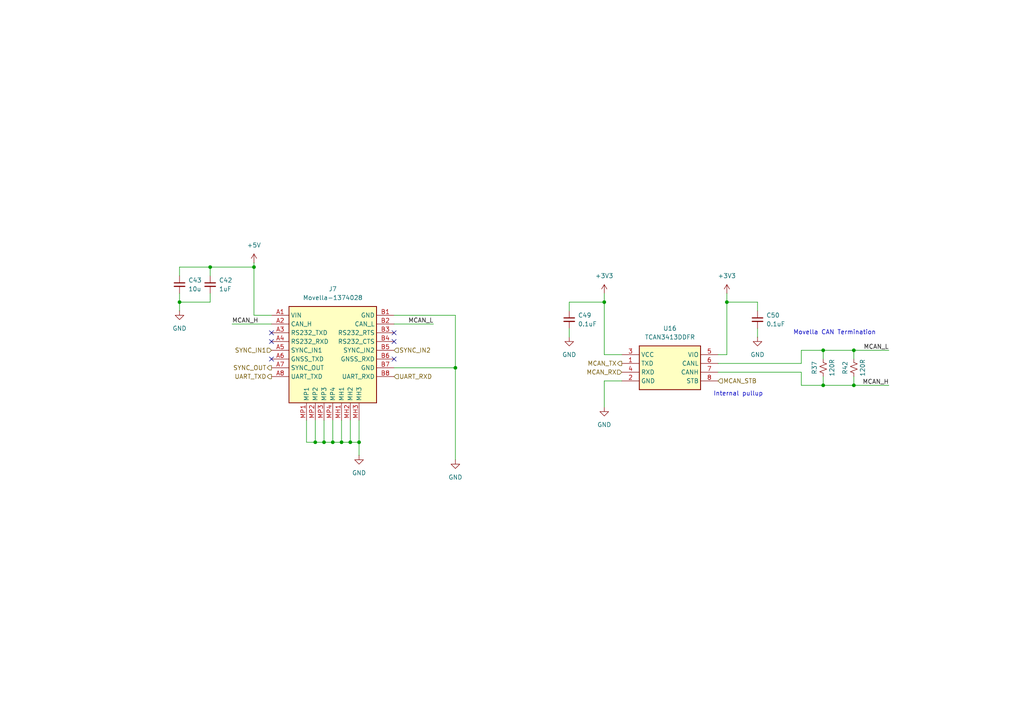
<source format=kicad_sch>
(kicad_sch
	(version 20250114)
	(generator "eeschema")
	(generator_version "9.0")
	(uuid "74dceb00-d55b-4214-ae44-879cb41ec36c")
	(paper "A4")
	(lib_symbols
		(symbol "Device_Custom:C_Small"
			(pin_numbers
				(hide yes)
			)
			(pin_names
				(offset 0.254)
				(hide yes)
			)
			(exclude_from_sim no)
			(in_bom yes)
			(on_board yes)
			(property "Reference" "C"
				(at 0.254 1.778 0)
				(effects
					(font
						(size 1.27 1.27)
					)
					(justify left)
				)
			)
			(property "Value" "C_Small"
				(at 0.254 -2.032 0)
				(effects
					(font
						(size 1.27 1.27)
					)
					(justify left)
				)
			)
			(property "Footprint" ""
				(at 0 0 0)
				(effects
					(font
						(size 1.27 1.27)
					)
					(hide yes)
				)
			)
			(property "Datasheet" "~"
				(at 0 0 0)
				(effects
					(font
						(size 1.27 1.27)
					)
					(hide yes)
				)
			)
			(property "Description" "Unpolarized capacitor, small symbol"
				(at 0 0 0)
				(effects
					(font
						(size 1.27 1.27)
					)
					(hide yes)
				)
			)
			(property "LCSC Part #" ""
				(at 0 0 0)
				(effects
					(font
						(size 1.27 1.27)
					)
					(hide yes)
				)
			)
			(property "ki_keywords" "capacitor cap"
				(at 0 0 0)
				(effects
					(font
						(size 1.27 1.27)
					)
					(hide yes)
				)
			)
			(property "ki_fp_filters" "C_*"
				(at 0 0 0)
				(effects
					(font
						(size 1.27 1.27)
					)
					(hide yes)
				)
			)
			(symbol "C_Small_0_1"
				(polyline
					(pts
						(xy -1.524 0.508) (xy 1.524 0.508)
					)
					(stroke
						(width 0.3048)
						(type default)
					)
					(fill
						(type none)
					)
				)
				(polyline
					(pts
						(xy -1.524 -0.508) (xy 1.524 -0.508)
					)
					(stroke
						(width 0.3302)
						(type default)
					)
					(fill
						(type none)
					)
				)
			)
			(symbol "C_Small_1_1"
				(pin passive line
					(at 0 2.54 270)
					(length 2.032)
					(name "~"
						(effects
							(font
								(size 1.27 1.27)
							)
						)
					)
					(number "1"
						(effects
							(font
								(size 1.27 1.27)
							)
						)
					)
				)
				(pin passive line
					(at 0 -2.54 90)
					(length 2.032)
					(name "~"
						(effects
							(font
								(size 1.27 1.27)
							)
						)
					)
					(number "2"
						(effects
							(font
								(size 1.27 1.27)
							)
						)
					)
				)
			)
			(embedded_fonts no)
		)
		(symbol "Device_Custom:R_Small_US"
			(pin_numbers
				(hide yes)
			)
			(pin_names
				(offset 0.254)
				(hide yes)
			)
			(exclude_from_sim no)
			(in_bom yes)
			(on_board yes)
			(property "Reference" "R"
				(at 0.762 0.508 0)
				(effects
					(font
						(size 1.27 1.27)
					)
					(justify left)
				)
			)
			(property "Value" "R_Small_US"
				(at 0.762 -1.016 0)
				(effects
					(font
						(size 1.27 1.27)
					)
					(justify left)
				)
			)
			(property "Footprint" ""
				(at 0 0 0)
				(effects
					(font
						(size 1.27 1.27)
					)
					(hide yes)
				)
			)
			(property "Datasheet" "~"
				(at 0 0 0)
				(effects
					(font
						(size 1.27 1.27)
					)
					(hide yes)
				)
			)
			(property "Description" "Resistor, small US symbol"
				(at 0 0 0)
				(effects
					(font
						(size 1.27 1.27)
					)
					(hide yes)
				)
			)
			(property "LCSC Part #" ""
				(at 0 0 0)
				(effects
					(font
						(size 1.27 1.27)
					)
					(hide yes)
				)
			)
			(property "ki_keywords" "r resistor"
				(at 0 0 0)
				(effects
					(font
						(size 1.27 1.27)
					)
					(hide yes)
				)
			)
			(property "ki_fp_filters" "R_*"
				(at 0 0 0)
				(effects
					(font
						(size 1.27 1.27)
					)
					(hide yes)
				)
			)
			(symbol "R_Small_US_1_1"
				(polyline
					(pts
						(xy 0 1.524) (xy 1.016 1.143) (xy 0 0.762) (xy -1.016 0.381) (xy 0 0)
					)
					(stroke
						(width 0)
						(type default)
					)
					(fill
						(type none)
					)
				)
				(polyline
					(pts
						(xy 0 0) (xy 1.016 -0.381) (xy 0 -0.762) (xy -1.016 -1.143) (xy 0 -1.524)
					)
					(stroke
						(width 0)
						(type default)
					)
					(fill
						(type none)
					)
				)
				(pin passive line
					(at 0 2.54 270)
					(length 1.016)
					(name "~"
						(effects
							(font
								(size 1.27 1.27)
							)
						)
					)
					(number "1"
						(effects
							(font
								(size 1.27 1.27)
							)
						)
					)
				)
				(pin passive line
					(at 0 -2.54 90)
					(length 1.016)
					(name "~"
						(effects
							(font
								(size 1.27 1.27)
							)
						)
					)
					(number "2"
						(effects
							(font
								(size 1.27 1.27)
							)
						)
					)
				)
			)
			(embedded_fonts no)
		)
		(symbol "canardboard:Movella-1374028"
			(exclude_from_sim no)
			(in_bom yes)
			(on_board yes)
			(property "Reference" "J"
				(at 9.906 16.256 0)
				(effects
					(font
						(size 1.27 1.27)
					)
					(justify left top)
				)
			)
			(property "Value" "Movella-1374028"
				(at -12.7 16.256 0)
				(effects
					(font
						(size 1.27 1.27)
					)
					(justify left top)
				)
			)
			(property "Footprint" "1374028"
				(at 29.21 -89.84 0)
				(effects
					(font
						(size 1.27 1.27)
					)
					(justify left top)
					(hide yes)
				)
			)
			(property "Datasheet" "http://www.phoenixcontact.com/gb/produkte/1374028"
				(at 29.21 -189.84 0)
				(effects
					(font
						(size 1.27 1.27)
					)
					(justify left top)
					(hide yes)
				)
			)
			(property "Description" ""
				(at -1.27 6.35 0)
				(effects
					(font
						(size 1.27 1.27)
					)
					(hide yes)
				)
			)
			(property "Height" "6.25"
				(at 29.21 -389.84 0)
				(effects
					(font
						(size 1.27 1.27)
					)
					(justify left top)
					(hide yes)
				)
			)
			(property "Mouser Part Number" "651-1374028"
				(at 29.21 -489.84 0)
				(effects
					(font
						(size 1.27 1.27)
					)
					(justify left top)
					(hide yes)
				)
			)
			(property "Mouser Price/Stock" "https://www.mouser.co.uk/ProductDetail/Phoenix-Contact/1374028?qs=2SLPxufLcgDRo13N6W0UHQ%3D%3D"
				(at 29.21 -589.84 0)
				(effects
					(font
						(size 1.27 1.27)
					)
					(justify left top)
					(hide yes)
				)
			)
			(property "Manufacturer_Name" "Phoenix Contact"
				(at 29.21 -689.84 0)
				(effects
					(font
						(size 1.27 1.27)
					)
					(justify left top)
					(hide yes)
				)
			)
			(property "Manufacturer_Part_Number" "1374028"
				(at 29.21 -789.84 0)
				(effects
					(font
						(size 1.27 1.27)
					)
					(justify left top)
					(hide yes)
				)
			)
			(symbol "Movella-1374028_1_1"
				(rectangle
					(start -12.7 13.97)
					(end 12.7 -13.97)
					(stroke
						(width 0.254)
						(type default)
					)
					(fill
						(type background)
					)
				)
				(pin passive line
					(at -17.78 11.43 0)
					(length 5.08)
					(name "VIN"
						(effects
							(font
								(size 1.27 1.27)
							)
						)
					)
					(number "A1"
						(effects
							(font
								(size 1.27 1.27)
							)
						)
					)
				)
				(pin passive line
					(at -17.78 8.89 0)
					(length 5.08)
					(name "CAN_H"
						(effects
							(font
								(size 1.27 1.27)
							)
						)
					)
					(number "A2"
						(effects
							(font
								(size 1.27 1.27)
							)
						)
					)
				)
				(pin passive line
					(at -17.78 6.35 0)
					(length 5.08)
					(name "RS232_TXD"
						(effects
							(font
								(size 1.27 1.27)
							)
						)
					)
					(number "A3"
						(effects
							(font
								(size 1.27 1.27)
							)
						)
					)
				)
				(pin passive line
					(at -17.78 3.81 0)
					(length 5.08)
					(name "RS232_RXD"
						(effects
							(font
								(size 1.27 1.27)
							)
						)
					)
					(number "A4"
						(effects
							(font
								(size 1.27 1.27)
							)
						)
					)
				)
				(pin passive line
					(at -17.78 1.27 0)
					(length 5.08)
					(name "SYNC_IN1"
						(effects
							(font
								(size 1.27 1.27)
							)
						)
					)
					(number "A5"
						(effects
							(font
								(size 1.27 1.27)
							)
						)
					)
				)
				(pin passive line
					(at -17.78 -1.27 0)
					(length 5.08)
					(name "GNSS_TXD"
						(effects
							(font
								(size 1.27 1.27)
							)
						)
					)
					(number "A6"
						(effects
							(font
								(size 1.27 1.27)
							)
						)
					)
				)
				(pin passive line
					(at -17.78 -3.81 0)
					(length 5.08)
					(name "SYNC_OUT"
						(effects
							(font
								(size 1.27 1.27)
							)
						)
					)
					(number "A7"
						(effects
							(font
								(size 1.27 1.27)
							)
						)
					)
				)
				(pin passive line
					(at -17.78 -6.35 0)
					(length 5.08)
					(name "UART_TXD"
						(effects
							(font
								(size 1.27 1.27)
							)
						)
					)
					(number "A8"
						(effects
							(font
								(size 1.27 1.27)
							)
						)
					)
				)
				(pin passive line
					(at -7.62 -19.05 90)
					(length 5.08)
					(name "MP1"
						(effects
							(font
								(size 1.27 1.27)
							)
						)
					)
					(number "MP1"
						(effects
							(font
								(size 1.27 1.27)
							)
						)
					)
				)
				(pin passive line
					(at -5.08 -19.05 90)
					(length 5.08)
					(name "MP2"
						(effects
							(font
								(size 1.27 1.27)
							)
						)
					)
					(number "MP2"
						(effects
							(font
								(size 1.27 1.27)
							)
						)
					)
				)
				(pin passive line
					(at -2.54 -19.05 90)
					(length 5.08)
					(name "MP3"
						(effects
							(font
								(size 1.27 1.27)
							)
						)
					)
					(number "MP3"
						(effects
							(font
								(size 1.27 1.27)
							)
						)
					)
				)
				(pin passive line
					(at 0 -19.05 90)
					(length 5.08)
					(name "MP4"
						(effects
							(font
								(size 1.27 1.27)
							)
						)
					)
					(number "MP4"
						(effects
							(font
								(size 1.27 1.27)
							)
						)
					)
				)
				(pin passive line
					(at 2.54 -19.05 90)
					(length 5.08)
					(name "MH1"
						(effects
							(font
								(size 1.27 1.27)
							)
						)
					)
					(number "MH1"
						(effects
							(font
								(size 1.27 1.27)
							)
						)
					)
				)
				(pin passive line
					(at 5.08 -19.05 90)
					(length 5.08)
					(name "MH2"
						(effects
							(font
								(size 1.27 1.27)
							)
						)
					)
					(number "MH2"
						(effects
							(font
								(size 1.27 1.27)
							)
						)
					)
				)
				(pin passive line
					(at 7.62 -19.05 90)
					(length 5.08)
					(name "MH3"
						(effects
							(font
								(size 1.27 1.27)
							)
						)
					)
					(number "MH3"
						(effects
							(font
								(size 1.27 1.27)
							)
						)
					)
				)
				(pin passive line
					(at 17.78 11.43 180)
					(length 5.08)
					(name "GND"
						(effects
							(font
								(size 1.27 1.27)
							)
						)
					)
					(number "B1"
						(effects
							(font
								(size 1.27 1.27)
							)
						)
					)
				)
				(pin passive line
					(at 17.78 8.89 180)
					(length 5.08)
					(name "CAN_L"
						(effects
							(font
								(size 1.27 1.27)
							)
						)
					)
					(number "B2"
						(effects
							(font
								(size 1.27 1.27)
							)
						)
					)
				)
				(pin passive line
					(at 17.78 6.35 180)
					(length 5.08)
					(name "RS232_RTS"
						(effects
							(font
								(size 1.27 1.27)
							)
						)
					)
					(number "B3"
						(effects
							(font
								(size 1.27 1.27)
							)
						)
					)
				)
				(pin passive line
					(at 17.78 3.81 180)
					(length 5.08)
					(name "RS232_CTS"
						(effects
							(font
								(size 1.27 1.27)
							)
						)
					)
					(number "B4"
						(effects
							(font
								(size 1.27 1.27)
							)
						)
					)
				)
				(pin passive line
					(at 17.78 1.27 180)
					(length 5.08)
					(name "SYNC_IN2"
						(effects
							(font
								(size 1.27 1.27)
							)
						)
					)
					(number "B5"
						(effects
							(font
								(size 1.27 1.27)
							)
						)
					)
				)
				(pin passive line
					(at 17.78 -1.27 180)
					(length 5.08)
					(name "GNSS_RXD"
						(effects
							(font
								(size 1.27 1.27)
							)
						)
					)
					(number "B6"
						(effects
							(font
								(size 1.27 1.27)
							)
						)
					)
				)
				(pin passive line
					(at 17.78 -3.81 180)
					(length 5.08)
					(name "GND"
						(effects
							(font
								(size 1.27 1.27)
							)
						)
					)
					(number "B7"
						(effects
							(font
								(size 1.27 1.27)
							)
						)
					)
				)
				(pin passive line
					(at 17.78 -6.35 180)
					(length 5.08)
					(name "UART_RXD"
						(effects
							(font
								(size 1.27 1.27)
							)
						)
					)
					(number "B8"
						(effects
							(font
								(size 1.27 1.27)
							)
						)
					)
				)
			)
			(embedded_fonts no)
		)
		(symbol "canardboard:TCAN3413DDFR"
			(exclude_from_sim no)
			(in_bom yes)
			(on_board yes)
			(property "Reference" "U"
				(at 24.13 7.62 0)
				(effects
					(font
						(size 1.27 1.27)
					)
					(justify left top)
				)
			)
			(property "Value" "TCAN3413DDFR"
				(at 24.13 5.08 0)
				(effects
					(font
						(size 1.27 1.27)
					)
					(justify left top)
				)
			)
			(property "Footprint" "SOT65P280X110-8N"
				(at 24.13 -94.92 0)
				(effects
					(font
						(size 1.27 1.27)
					)
					(justify left top)
					(hide yes)
				)
			)
			(property "Datasheet" "https://www.ti.com/lit/gpn/tcan3413"
				(at 24.13 -194.92 0)
				(effects
					(font
						(size 1.27 1.27)
					)
					(justify left top)
					(hide yes)
				)
			)
			(property "Description" ""
				(at 0 0 0)
				(effects
					(font
						(size 1.27 1.27)
					)
					(hide yes)
				)
			)
			(property "Height" "1.1"
				(at 24.13 -394.92 0)
				(effects
					(font
						(size 1.27 1.27)
					)
					(justify left top)
					(hide yes)
				)
			)
			(property "Mouser Part Number" "595-TCAN3413DDFR"
				(at 24.13 -494.92 0)
				(effects
					(font
						(size 1.27 1.27)
					)
					(justify left top)
					(hide yes)
				)
			)
			(property "Mouser Price/Stock" "https://www.mouser.co.uk/ProductDetail/Texas-Instruments/TCAN3413DDFR?qs=HFfMDpzxxd24T7a%252BDNN43w%3D%3D"
				(at 24.13 -594.92 0)
				(effects
					(font
						(size 1.27 1.27)
					)
					(justify left top)
					(hide yes)
				)
			)
			(property "Manufacturer_Name" "Texas Instruments"
				(at 24.13 -694.92 0)
				(effects
					(font
						(size 1.27 1.27)
					)
					(justify left top)
					(hide yes)
				)
			)
			(property "Manufacturer_Part_Number" "TCAN3413DDFR"
				(at 24.13 -794.92 0)
				(effects
					(font
						(size 1.27 1.27)
					)
					(justify left top)
					(hide yes)
				)
			)
			(symbol "TCAN3413DDFR_1_1"
				(rectangle
					(start 5.08 2.54)
					(end 22.86 -10.16)
					(stroke
						(width 0.254)
						(type default)
					)
					(fill
						(type background)
					)
				)
				(pin passive line
					(at 0 0 0)
					(length 5.08)
					(name "VCC"
						(effects
							(font
								(size 1.27 1.27)
							)
						)
					)
					(number "3"
						(effects
							(font
								(size 1.27 1.27)
							)
						)
					)
				)
				(pin passive line
					(at 0 -2.54 0)
					(length 5.08)
					(name "TXD"
						(effects
							(font
								(size 1.27 1.27)
							)
						)
					)
					(number "1"
						(effects
							(font
								(size 1.27 1.27)
							)
						)
					)
				)
				(pin passive line
					(at 0 -5.08 0)
					(length 5.08)
					(name "RXD"
						(effects
							(font
								(size 1.27 1.27)
							)
						)
					)
					(number "4"
						(effects
							(font
								(size 1.27 1.27)
							)
						)
					)
				)
				(pin passive line
					(at 0 -7.62 0)
					(length 5.08)
					(name "GND"
						(effects
							(font
								(size 1.27 1.27)
							)
						)
					)
					(number "2"
						(effects
							(font
								(size 1.27 1.27)
							)
						)
					)
				)
				(pin passive line
					(at 27.94 0 180)
					(length 5.08)
					(name "VIO"
						(effects
							(font
								(size 1.27 1.27)
							)
						)
					)
					(number "5"
						(effects
							(font
								(size 1.27 1.27)
							)
						)
					)
				)
				(pin passive line
					(at 27.94 -2.54 180)
					(length 5.08)
					(name "CANL"
						(effects
							(font
								(size 1.27 1.27)
							)
						)
					)
					(number "6"
						(effects
							(font
								(size 1.27 1.27)
							)
						)
					)
				)
				(pin passive line
					(at 27.94 -5.08 180)
					(length 5.08)
					(name "CANH"
						(effects
							(font
								(size 1.27 1.27)
							)
						)
					)
					(number "7"
						(effects
							(font
								(size 1.27 1.27)
							)
						)
					)
				)
				(pin passive line
					(at 27.94 -7.62 180)
					(length 5.08)
					(name "STB"
						(effects
							(font
								(size 1.27 1.27)
							)
						)
					)
					(number "8"
						(effects
							(font
								(size 1.27 1.27)
							)
						)
					)
				)
			)
			(embedded_fonts no)
		)
		(symbol "power:+3V3"
			(power)
			(pin_numbers
				(hide yes)
			)
			(pin_names
				(offset 0)
				(hide yes)
			)
			(exclude_from_sim no)
			(in_bom yes)
			(on_board yes)
			(property "Reference" "#PWR"
				(at 0 -3.81 0)
				(effects
					(font
						(size 1.27 1.27)
					)
					(hide yes)
				)
			)
			(property "Value" "+3V3"
				(at 0 3.556 0)
				(effects
					(font
						(size 1.27 1.27)
					)
				)
			)
			(property "Footprint" ""
				(at 0 0 0)
				(effects
					(font
						(size 1.27 1.27)
					)
					(hide yes)
				)
			)
			(property "Datasheet" ""
				(at 0 0 0)
				(effects
					(font
						(size 1.27 1.27)
					)
					(hide yes)
				)
			)
			(property "Description" "Power symbol creates a global label with name \"+3V3\""
				(at 0 0 0)
				(effects
					(font
						(size 1.27 1.27)
					)
					(hide yes)
				)
			)
			(property "ki_keywords" "global power"
				(at 0 0 0)
				(effects
					(font
						(size 1.27 1.27)
					)
					(hide yes)
				)
			)
			(symbol "+3V3_0_1"
				(polyline
					(pts
						(xy -0.762 1.27) (xy 0 2.54)
					)
					(stroke
						(width 0)
						(type default)
					)
					(fill
						(type none)
					)
				)
				(polyline
					(pts
						(xy 0 2.54) (xy 0.762 1.27)
					)
					(stroke
						(width 0)
						(type default)
					)
					(fill
						(type none)
					)
				)
				(polyline
					(pts
						(xy 0 0) (xy 0 2.54)
					)
					(stroke
						(width 0)
						(type default)
					)
					(fill
						(type none)
					)
				)
			)
			(symbol "+3V3_1_1"
				(pin power_in line
					(at 0 0 90)
					(length 0)
					(name "~"
						(effects
							(font
								(size 1.27 1.27)
							)
						)
					)
					(number "1"
						(effects
							(font
								(size 1.27 1.27)
							)
						)
					)
				)
			)
			(embedded_fonts no)
		)
		(symbol "power:+5V"
			(power)
			(pin_numbers
				(hide yes)
			)
			(pin_names
				(offset 0)
				(hide yes)
			)
			(exclude_from_sim no)
			(in_bom yes)
			(on_board yes)
			(property "Reference" "#PWR"
				(at 0 -3.81 0)
				(effects
					(font
						(size 1.27 1.27)
					)
					(hide yes)
				)
			)
			(property "Value" "+5V"
				(at 0 3.556 0)
				(effects
					(font
						(size 1.27 1.27)
					)
				)
			)
			(property "Footprint" ""
				(at 0 0 0)
				(effects
					(font
						(size 1.27 1.27)
					)
					(hide yes)
				)
			)
			(property "Datasheet" ""
				(at 0 0 0)
				(effects
					(font
						(size 1.27 1.27)
					)
					(hide yes)
				)
			)
			(property "Description" "Power symbol creates a global label with name \"+5V\""
				(at 0 0 0)
				(effects
					(font
						(size 1.27 1.27)
					)
					(hide yes)
				)
			)
			(property "ki_keywords" "global power"
				(at 0 0 0)
				(effects
					(font
						(size 1.27 1.27)
					)
					(hide yes)
				)
			)
			(symbol "+5V_0_1"
				(polyline
					(pts
						(xy -0.762 1.27) (xy 0 2.54)
					)
					(stroke
						(width 0)
						(type default)
					)
					(fill
						(type none)
					)
				)
				(polyline
					(pts
						(xy 0 2.54) (xy 0.762 1.27)
					)
					(stroke
						(width 0)
						(type default)
					)
					(fill
						(type none)
					)
				)
				(polyline
					(pts
						(xy 0 0) (xy 0 2.54)
					)
					(stroke
						(width 0)
						(type default)
					)
					(fill
						(type none)
					)
				)
			)
			(symbol "+5V_1_1"
				(pin power_in line
					(at 0 0 90)
					(length 0)
					(name "~"
						(effects
							(font
								(size 1.27 1.27)
							)
						)
					)
					(number "1"
						(effects
							(font
								(size 1.27 1.27)
							)
						)
					)
				)
			)
			(embedded_fonts no)
		)
		(symbol "power:GND"
			(power)
			(pin_numbers
				(hide yes)
			)
			(pin_names
				(offset 0)
				(hide yes)
			)
			(exclude_from_sim no)
			(in_bom yes)
			(on_board yes)
			(property "Reference" "#PWR"
				(at 0 -6.35 0)
				(effects
					(font
						(size 1.27 1.27)
					)
					(hide yes)
				)
			)
			(property "Value" "GND"
				(at 0 -3.81 0)
				(effects
					(font
						(size 1.27 1.27)
					)
				)
			)
			(property "Footprint" ""
				(at 0 0 0)
				(effects
					(font
						(size 1.27 1.27)
					)
					(hide yes)
				)
			)
			(property "Datasheet" ""
				(at 0 0 0)
				(effects
					(font
						(size 1.27 1.27)
					)
					(hide yes)
				)
			)
			(property "Description" "Power symbol creates a global label with name \"GND\" , ground"
				(at 0 0 0)
				(effects
					(font
						(size 1.27 1.27)
					)
					(hide yes)
				)
			)
			(property "ki_keywords" "global power"
				(at 0 0 0)
				(effects
					(font
						(size 1.27 1.27)
					)
					(hide yes)
				)
			)
			(symbol "GND_0_1"
				(polyline
					(pts
						(xy 0 0) (xy 0 -1.27) (xy 1.27 -1.27) (xy 0 -2.54) (xy -1.27 -1.27) (xy 0 -1.27)
					)
					(stroke
						(width 0)
						(type default)
					)
					(fill
						(type none)
					)
				)
			)
			(symbol "GND_1_1"
				(pin power_in line
					(at 0 0 270)
					(length 0)
					(name "~"
						(effects
							(font
								(size 1.27 1.27)
							)
						)
					)
					(number "1"
						(effects
							(font
								(size 1.27 1.27)
							)
						)
					)
				)
			)
			(embedded_fonts no)
		)
	)
	(text "Internal pullup"
		(exclude_from_sim no)
		(at 214.122 114.3 0)
		(effects
			(font
				(size 1.27 1.27)
			)
		)
		(uuid "01869067-3221-4d4d-9a08-3db4343fbd0c")
	)
	(text "Movella CAN Termination"
		(exclude_from_sim no)
		(at 242.062 96.52 0)
		(effects
			(font
				(size 1.27 1.27)
			)
		)
		(uuid "0ae24155-4f92-48fd-be0f-bbe51006ea73")
	)
	(junction
		(at 175.26 87.63)
		(diameter 0)
		(color 0 0 0 0)
		(uuid "04f6ceb8-8c0c-49ff-9401-60760791654b")
	)
	(junction
		(at 91.44 128.27)
		(diameter 0)
		(color 0 0 0 0)
		(uuid "3120515c-8e33-4db3-83bd-a5dce45002a3")
	)
	(junction
		(at 96.52 128.27)
		(diameter 0)
		(color 0 0 0 0)
		(uuid "3d93667f-715e-4068-ab09-69f50b353939")
	)
	(junction
		(at 247.65 101.6)
		(diameter 0)
		(color 0 0 0 0)
		(uuid "41e90553-0e0f-42b4-b71b-a3da7e791f60")
	)
	(junction
		(at 238.76 111.76)
		(diameter 0)
		(color 0 0 0 0)
		(uuid "63f7ad4c-a48d-4ebf-a7da-10a0a0ddd30f")
	)
	(junction
		(at 101.6 128.27)
		(diameter 0)
		(color 0 0 0 0)
		(uuid "6961f3cc-77b8-437f-a11f-0215949fc9d7")
	)
	(junction
		(at 93.98 128.27)
		(diameter 0)
		(color 0 0 0 0)
		(uuid "88a3a2a5-e7b5-4c51-9fd4-67372aa26754")
	)
	(junction
		(at 104.14 128.27)
		(diameter 0)
		(color 0 0 0 0)
		(uuid "919c1e07-0805-4770-be29-8ffd3be5383d")
	)
	(junction
		(at 132.08 106.68)
		(diameter 0)
		(color 0 0 0 0)
		(uuid "9252a2dd-5cb0-49c4-8895-5cbb0d902d58")
	)
	(junction
		(at 52.07 87.63)
		(diameter 0)
		(color 0 0 0 0)
		(uuid "a66f0101-8123-4dd6-9c8d-07bef2a4de8d")
	)
	(junction
		(at 60.96 77.47)
		(diameter 0)
		(color 0 0 0 0)
		(uuid "d60c5874-899f-4158-bf1d-1bfb341a326f")
	)
	(junction
		(at 238.76 101.6)
		(diameter 0)
		(color 0 0 0 0)
		(uuid "d7857f13-cbc5-49f5-8ec9-e301a7a7ed1c")
	)
	(junction
		(at 99.06 128.27)
		(diameter 0)
		(color 0 0 0 0)
		(uuid "f134f422-a2a1-4105-bbd5-683fae212f82")
	)
	(junction
		(at 73.66 77.47)
		(diameter 0)
		(color 0 0 0 0)
		(uuid "f24bc443-36e7-49b0-a1e1-76b850e43e08")
	)
	(junction
		(at 210.82 87.63)
		(diameter 0)
		(color 0 0 0 0)
		(uuid "f649961d-03ec-4281-b58a-356c64106c83")
	)
	(junction
		(at 247.65 111.76)
		(diameter 0)
		(color 0 0 0 0)
		(uuid "fc11a41e-b1c7-458f-8506-42c6d0ff6693")
	)
	(no_connect
		(at 78.74 96.52)
		(uuid "0b362940-0780-4ac2-a4d8-5dbb0ce1a9e8")
	)
	(no_connect
		(at 78.74 99.06)
		(uuid "14af3e38-2cc6-4e67-9674-983e44e97be5")
	)
	(no_connect
		(at 78.74 104.14)
		(uuid "7f791524-a77f-4ef0-9ec4-9dfabd7dfa0d")
	)
	(no_connect
		(at 114.3 99.06)
		(uuid "b986baa0-9929-4614-b469-a5ede2c7abf5")
	)
	(no_connect
		(at 114.3 104.14)
		(uuid "c236de2c-1ee3-4fe6-9d77-bcd11e49f4bb")
	)
	(no_connect
		(at 114.3 96.52)
		(uuid "e382effb-83e5-45e0-aca1-c5102225f56d")
	)
	(wire
		(pts
			(xy 73.66 77.47) (xy 73.66 91.44)
		)
		(stroke
			(width 0)
			(type default)
		)
		(uuid "0020e779-b6cd-46b1-8539-9fe2cf473cb4")
	)
	(wire
		(pts
			(xy 210.82 87.63) (xy 219.71 87.63)
		)
		(stroke
			(width 0)
			(type default)
		)
		(uuid "01ac5fa3-74cd-4fdb-b595-67fcb2e950a3")
	)
	(wire
		(pts
			(xy 238.76 101.6) (xy 238.76 104.14)
		)
		(stroke
			(width 0)
			(type default)
		)
		(uuid "0749c971-03e6-4ca6-91fd-66add38bb31e")
	)
	(wire
		(pts
			(xy 219.71 87.63) (xy 219.71 90.17)
		)
		(stroke
			(width 0)
			(type default)
		)
		(uuid "07a57738-bdbc-446a-b693-9bcc10b980e6")
	)
	(wire
		(pts
			(xy 78.74 91.44) (xy 73.66 91.44)
		)
		(stroke
			(width 0)
			(type default)
		)
		(uuid "0f38c63a-baf9-4658-b2e8-11c7d3319172")
	)
	(wire
		(pts
			(xy 232.41 105.41) (xy 232.41 101.6)
		)
		(stroke
			(width 0)
			(type default)
		)
		(uuid "0f61ba41-5e1a-4f8d-bdbc-ea75f03f63e1")
	)
	(wire
		(pts
			(xy 232.41 107.95) (xy 232.41 111.76)
		)
		(stroke
			(width 0)
			(type default)
		)
		(uuid "14cf2bb4-6f15-414e-9f7e-47cd10b114ec")
	)
	(wire
		(pts
			(xy 52.07 87.63) (xy 60.96 87.63)
		)
		(stroke
			(width 0)
			(type default)
		)
		(uuid "24caa2ff-9773-4409-93c3-628d78300e30")
	)
	(wire
		(pts
			(xy 210.82 87.63) (xy 210.82 102.87)
		)
		(stroke
			(width 0)
			(type default)
		)
		(uuid "257f77a0-32d6-4408-b101-df3a73105c9a")
	)
	(wire
		(pts
			(xy 52.07 77.47) (xy 60.96 77.47)
		)
		(stroke
			(width 0)
			(type default)
		)
		(uuid "25bfd43d-e32f-4f8a-b596-f441e0fb3120")
	)
	(wire
		(pts
			(xy 60.96 77.47) (xy 73.66 77.47)
		)
		(stroke
			(width 0)
			(type default)
		)
		(uuid "281a2ee1-41e1-4140-876b-8bfbead2458a")
	)
	(wire
		(pts
			(xy 210.82 85.09) (xy 210.82 87.63)
		)
		(stroke
			(width 0)
			(type default)
		)
		(uuid "2ff3f6f4-2c21-480e-a065-ea31a2682ea8")
	)
	(wire
		(pts
			(xy 67.31 93.98) (xy 78.74 93.98)
		)
		(stroke
			(width 0)
			(type default)
		)
		(uuid "35548b08-edc0-4121-952d-11ad63d03ce5")
	)
	(wire
		(pts
			(xy 247.65 111.76) (xy 257.81 111.76)
		)
		(stroke
			(width 0)
			(type default)
		)
		(uuid "387a3a51-d92b-4a04-a185-9634efebe8cc")
	)
	(wire
		(pts
			(xy 175.26 85.09) (xy 175.26 87.63)
		)
		(stroke
			(width 0)
			(type default)
		)
		(uuid "387d00c8-3fff-423c-8456-dc5209963e65")
	)
	(wire
		(pts
			(xy 93.98 121.92) (xy 93.98 128.27)
		)
		(stroke
			(width 0)
			(type default)
		)
		(uuid "3901ca38-a6d5-4f5f-ae01-cdf755dd9cc4")
	)
	(wire
		(pts
			(xy 165.1 90.17) (xy 165.1 87.63)
		)
		(stroke
			(width 0)
			(type default)
		)
		(uuid "3aee2521-c880-49c4-b05f-d7374844dfed")
	)
	(wire
		(pts
			(xy 60.96 80.01) (xy 60.96 77.47)
		)
		(stroke
			(width 0)
			(type default)
		)
		(uuid "3c01361f-7711-4d3b-a34e-d9ca07f62ca1")
	)
	(wire
		(pts
			(xy 104.14 128.27) (xy 104.14 132.08)
		)
		(stroke
			(width 0)
			(type default)
		)
		(uuid "433f2946-0577-4f86-8cb7-53effa9f9e22")
	)
	(wire
		(pts
			(xy 104.14 128.27) (xy 104.14 121.92)
		)
		(stroke
			(width 0)
			(type default)
		)
		(uuid "45c312f6-79c8-4adb-8be1-c56257c097b9")
	)
	(wire
		(pts
			(xy 165.1 95.25) (xy 165.1 97.79)
		)
		(stroke
			(width 0)
			(type default)
		)
		(uuid "624aaaf0-ddfd-492a-87ca-f3017e25f159")
	)
	(wire
		(pts
			(xy 247.65 111.76) (xy 238.76 111.76)
		)
		(stroke
			(width 0)
			(type default)
		)
		(uuid "65304ba6-284a-4d37-abd0-037d7a6d6c4c")
	)
	(wire
		(pts
			(xy 232.41 101.6) (xy 238.76 101.6)
		)
		(stroke
			(width 0)
			(type default)
		)
		(uuid "68d68b51-0837-4a2a-b78c-dcd3a01c0206")
	)
	(wire
		(pts
			(xy 132.08 91.44) (xy 132.08 106.68)
		)
		(stroke
			(width 0)
			(type default)
		)
		(uuid "69f2e3ff-e62a-440a-977d-007209ceaf5b")
	)
	(wire
		(pts
			(xy 247.65 109.22) (xy 247.65 111.76)
		)
		(stroke
			(width 0)
			(type default)
		)
		(uuid "741731c8-257a-44c4-8205-5c3d403ec620")
	)
	(wire
		(pts
			(xy 165.1 87.63) (xy 175.26 87.63)
		)
		(stroke
			(width 0)
			(type default)
		)
		(uuid "75579785-cafa-425c-9ac4-b1965e95342b")
	)
	(wire
		(pts
			(xy 175.26 87.63) (xy 175.26 102.87)
		)
		(stroke
			(width 0)
			(type default)
		)
		(uuid "7d012404-d870-4786-a2bb-b315f7cdbf9f")
	)
	(wire
		(pts
			(xy 99.06 121.92) (xy 99.06 128.27)
		)
		(stroke
			(width 0)
			(type default)
		)
		(uuid "7f770082-d4c3-4a56-8ae8-c3ac4283c6c1")
	)
	(wire
		(pts
			(xy 101.6 121.92) (xy 101.6 128.27)
		)
		(stroke
			(width 0)
			(type default)
		)
		(uuid "82bf9ebb-1f9d-419e-895a-88b43c495260")
	)
	(wire
		(pts
			(xy 101.6 128.27) (xy 104.14 128.27)
		)
		(stroke
			(width 0)
			(type default)
		)
		(uuid "89461dff-8728-492f-a4c8-f584741a3b4b")
	)
	(wire
		(pts
			(xy 52.07 85.09) (xy 52.07 87.63)
		)
		(stroke
			(width 0)
			(type default)
		)
		(uuid "8da58fa3-783c-4285-aed4-48aa2973951f")
	)
	(wire
		(pts
			(xy 96.52 121.92) (xy 96.52 128.27)
		)
		(stroke
			(width 0)
			(type default)
		)
		(uuid "973e2d6d-835f-4eb8-9e77-51e4170f3a01")
	)
	(wire
		(pts
			(xy 96.52 128.27) (xy 99.06 128.27)
		)
		(stroke
			(width 0)
			(type default)
		)
		(uuid "98827793-40a7-4c01-9e31-3e13d52a463e")
	)
	(wire
		(pts
			(xy 52.07 80.01) (xy 52.07 77.47)
		)
		(stroke
			(width 0)
			(type default)
		)
		(uuid "9c96c4e4-055f-4232-858d-bce2d87c376d")
	)
	(wire
		(pts
			(xy 232.41 111.76) (xy 238.76 111.76)
		)
		(stroke
			(width 0)
			(type default)
		)
		(uuid "a44f6f02-7e91-4e92-b02a-3bb4a343db2d")
	)
	(wire
		(pts
			(xy 91.44 121.92) (xy 91.44 128.27)
		)
		(stroke
			(width 0)
			(type default)
		)
		(uuid "abc79a80-52bd-4917-97ab-262b3a068d1d")
	)
	(wire
		(pts
			(xy 175.26 110.49) (xy 175.26 118.11)
		)
		(stroke
			(width 0)
			(type default)
		)
		(uuid "ac5a377e-9eb0-49f4-a83d-00bb3eae33d2")
	)
	(wire
		(pts
			(xy 132.08 106.68) (xy 132.08 133.35)
		)
		(stroke
			(width 0)
			(type default)
		)
		(uuid "ada33d5e-a1b9-450a-a0ce-02f94dffa89b")
	)
	(wire
		(pts
			(xy 73.66 76.2) (xy 73.66 77.47)
		)
		(stroke
			(width 0)
			(type default)
		)
		(uuid "b217899b-53d2-4276-a664-d8030da1f1d0")
	)
	(wire
		(pts
			(xy 247.65 101.6) (xy 238.76 101.6)
		)
		(stroke
			(width 0)
			(type default)
		)
		(uuid "b3052878-1e29-4a48-a9b9-4bdda7ffdc84")
	)
	(wire
		(pts
			(xy 91.44 128.27) (xy 93.98 128.27)
		)
		(stroke
			(width 0)
			(type default)
		)
		(uuid "bc3022d4-128b-46cb-8680-e47b1683b082")
	)
	(wire
		(pts
			(xy 247.65 104.14) (xy 247.65 101.6)
		)
		(stroke
			(width 0)
			(type default)
		)
		(uuid "bdb62733-c9dc-4596-ae22-496d6d70d50b")
	)
	(wire
		(pts
			(xy 52.07 87.63) (xy 52.07 90.17)
		)
		(stroke
			(width 0)
			(type default)
		)
		(uuid "c6ebd0fb-bf14-419c-9f52-75a9e06e5dff")
	)
	(wire
		(pts
			(xy 60.96 85.09) (xy 60.96 87.63)
		)
		(stroke
			(width 0)
			(type default)
		)
		(uuid "ce8b0d46-e8aa-41f6-95b6-4a395ae058b3")
	)
	(wire
		(pts
			(xy 93.98 128.27) (xy 96.52 128.27)
		)
		(stroke
			(width 0)
			(type default)
		)
		(uuid "cf2d3f60-10fa-4fa7-8ee5-7d43223d3811")
	)
	(wire
		(pts
			(xy 175.26 102.87) (xy 180.34 102.87)
		)
		(stroke
			(width 0)
			(type default)
		)
		(uuid "d649fce7-0de7-43e0-8a89-62cc534cf19b")
	)
	(wire
		(pts
			(xy 114.3 106.68) (xy 132.08 106.68)
		)
		(stroke
			(width 0)
			(type default)
		)
		(uuid "d69f2649-c2fb-4aad-a8e0-f88946922fdc")
	)
	(wire
		(pts
			(xy 219.71 95.25) (xy 219.71 97.79)
		)
		(stroke
			(width 0)
			(type default)
		)
		(uuid "d6f77687-fb62-4f55-a343-a4bfbcdcc027")
	)
	(wire
		(pts
			(xy 208.28 102.87) (xy 210.82 102.87)
		)
		(stroke
			(width 0)
			(type default)
		)
		(uuid "d81f3c51-85b6-4031-87f2-61b24828d348")
	)
	(wire
		(pts
			(xy 88.9 121.92) (xy 88.9 128.27)
		)
		(stroke
			(width 0)
			(type default)
		)
		(uuid "de03e531-bec0-4b34-990e-d2fc4bb4241e")
	)
	(wire
		(pts
			(xy 99.06 128.27) (xy 101.6 128.27)
		)
		(stroke
			(width 0)
			(type default)
		)
		(uuid "e198d5f7-5cff-443a-acd7-ef9ca6236447")
	)
	(wire
		(pts
			(xy 247.65 101.6) (xy 257.81 101.6)
		)
		(stroke
			(width 0)
			(type default)
		)
		(uuid "e55860f9-1310-4d37-9d1d-c39eb3517d8d")
	)
	(wire
		(pts
			(xy 238.76 109.22) (xy 238.76 111.76)
		)
		(stroke
			(width 0)
			(type default)
		)
		(uuid "e56781db-3c91-4a62-a2d8-417739fc9166")
	)
	(wire
		(pts
			(xy 180.34 110.49) (xy 175.26 110.49)
		)
		(stroke
			(width 0)
			(type default)
		)
		(uuid "e6f3091c-a39b-44fb-a85c-395a7a5e3dba")
	)
	(wire
		(pts
			(xy 88.9 128.27) (xy 91.44 128.27)
		)
		(stroke
			(width 0)
			(type default)
		)
		(uuid "eaf302aa-a2f4-4cf9-b865-7440f45e8257")
	)
	(wire
		(pts
			(xy 114.3 91.44) (xy 132.08 91.44)
		)
		(stroke
			(width 0)
			(type default)
		)
		(uuid "f0ec3933-8931-4a79-b546-74ae001ffaa5")
	)
	(wire
		(pts
			(xy 208.28 107.95) (xy 232.41 107.95)
		)
		(stroke
			(width 0)
			(type default)
		)
		(uuid "f6e71a46-beb7-4d7e-addc-e4a56539bbfe")
	)
	(wire
		(pts
			(xy 114.3 93.98) (xy 125.73 93.98)
		)
		(stroke
			(width 0)
			(type default)
		)
		(uuid "f8f720d0-cd5e-47da-b791-070c4803d63e")
	)
	(wire
		(pts
			(xy 208.28 105.41) (xy 232.41 105.41)
		)
		(stroke
			(width 0)
			(type default)
		)
		(uuid "ff9709e9-0862-40c4-bd11-8ff7b57a3f7c")
	)
	(label "MCAN_H"
		(at 67.31 93.98 0)
		(effects
			(font
				(size 1.27 1.27)
			)
			(justify left bottom)
		)
		(uuid "3f50c054-d088-4284-b768-a4a42c22a72e")
	)
	(label "MCAN_H"
		(at 257.81 111.76 180)
		(effects
			(font
				(size 1.27 1.27)
			)
			(justify right bottom)
		)
		(uuid "5964afd1-20d6-4b85-a896-4d83fc2f41b2")
	)
	(label "MCAN_L"
		(at 257.81 101.6 180)
		(effects
			(font
				(size 1.27 1.27)
			)
			(justify right bottom)
		)
		(uuid "b334278f-61b6-48b4-aa79-194d1ce23651")
	)
	(label "MCAN_L"
		(at 125.73 93.98 180)
		(effects
			(font
				(size 1.27 1.27)
			)
			(justify right bottom)
		)
		(uuid "edb160f6-a0c4-41e9-a1f7-d305a5548a71")
	)
	(hierarchical_label "SYNC_IN1"
		(shape input)
		(at 78.74 101.6 180)
		(effects
			(font
				(size 1.27 1.27)
			)
			(justify right)
		)
		(uuid "026d1049-b37d-4547-b8fb-3fcfcb79d2d6")
	)
	(hierarchical_label "MCAN_RX"
		(shape input)
		(at 180.34 107.95 180)
		(effects
			(font
				(size 1.27 1.27)
			)
			(justify right)
		)
		(uuid "0cc6a000-6888-42d3-b637-a2646e32371c")
	)
	(hierarchical_label "SYNC_OUT"
		(shape output)
		(at 78.74 106.68 180)
		(effects
			(font
				(size 1.27 1.27)
			)
			(justify right)
		)
		(uuid "1d02c210-1dbd-4d0a-989c-bd86816411f0")
	)
	(hierarchical_label "SYNC_IN2"
		(shape input)
		(at 114.3 101.6 0)
		(effects
			(font
				(size 1.27 1.27)
			)
			(justify left)
		)
		(uuid "3e859f6b-6d42-4626-a565-8c1317a7034d")
	)
	(hierarchical_label "UART_RXD"
		(shape input)
		(at 114.3 109.22 0)
		(effects
			(font
				(size 1.27 1.27)
			)
			(justify left)
		)
		(uuid "6a8137fb-6786-46e0-827f-9bdcb7a2076a")
	)
	(hierarchical_label "MCAN_STB"
		(shape input)
		(at 208.28 110.49 0)
		(effects
			(font
				(size 1.27 1.27)
			)
			(justify left)
		)
		(uuid "ce56a497-e207-42aa-a54e-52448e6b905a")
	)
	(hierarchical_label "UART_TXD"
		(shape output)
		(at 78.74 109.22 180)
		(effects
			(font
				(size 1.27 1.27)
			)
			(justify right)
		)
		(uuid "eac2c5b7-a6ec-4670-820d-cc77c66684c8")
	)
	(hierarchical_label "MCAN_TX"
		(shape output)
		(at 180.34 105.41 180)
		(effects
			(font
				(size 1.27 1.27)
			)
			(justify right)
		)
		(uuid "eb21829f-7ddb-4f6d-bba7-7af34b316d42")
	)
	(symbol
		(lib_id "power:+5V")
		(at 73.66 76.2 0)
		(unit 1)
		(exclude_from_sim no)
		(in_bom yes)
		(on_board yes)
		(dnp no)
		(fields_autoplaced yes)
		(uuid "1a77f394-0aaf-4417-a6ed-5c0b09b86563")
		(property "Reference" "#PWR086"
			(at 73.66 80.01 0)
			(effects
				(font
					(size 1.27 1.27)
				)
				(hide yes)
			)
		)
		(property "Value" "+5V"
			(at 73.66 71.12 0)
			(effects
				(font
					(size 1.27 1.27)
				)
			)
		)
		(property "Footprint" ""
			(at 73.66 76.2 0)
			(effects
				(font
					(size 1.27 1.27)
				)
				(hide yes)
			)
		)
		(property "Datasheet" ""
			(at 73.66 76.2 0)
			(effects
				(font
					(size 1.27 1.27)
				)
				(hide yes)
			)
		)
		(property "Description" "Power symbol creates a global label with name \"+5V\""
			(at 73.66 76.2 0)
			(effects
				(font
					(size 1.27 1.27)
				)
				(hide yes)
			)
		)
		(pin "1"
			(uuid "cdc8da0f-035e-4167-98fb-70c6bf221007")
		)
		(instances
			(project ""
				(path "/605ab838-6b02-4cf5-a6b5-94a0cdb1b998/dd6c3a07-f583-422a-8cea-effd238d6377"
					(reference "#PWR086")
					(unit 1)
				)
			)
		)
	)
	(symbol
		(lib_id "Device_Custom:R_Small_US")
		(at 238.76 106.68 0)
		(unit 1)
		(exclude_from_sim no)
		(in_bom yes)
		(on_board yes)
		(dnp no)
		(uuid "1df0a83d-320d-40f6-b91d-646f9eb0a145")
		(property "Reference" "R37"
			(at 236.22 106.68 90)
			(effects
				(font
					(size 1.27 1.27)
				)
			)
		)
		(property "Value" "120R"
			(at 241.3 106.68 90)
			(effects
				(font
					(size 1.27 1.27)
				)
			)
		)
		(property "Footprint" "Resistor_SMD:R_0805_2012Metric_Pad1.20x1.40mm_HandSolder"
			(at 238.76 106.68 0)
			(effects
				(font
					(size 1.27 1.27)
				)
				(hide yes)
			)
		)
		(property "Datasheet" "~"
			(at 238.76 106.68 0)
			(effects
				(font
					(size 1.27 1.27)
				)
				(hide yes)
			)
		)
		(property "Description" "Resistor, small US symbol"
			(at 238.76 106.68 0)
			(effects
				(font
					(size 1.27 1.27)
				)
				(hide yes)
			)
		)
		(property "LCSC Part #" "C17630"
			(at 238.76 106.68 0)
			(effects
				(font
					(size 1.27 1.27)
				)
				(hide yes)
			)
		)
		(pin "1"
			(uuid "b310e7fa-82ac-40fd-a3ec-39ade4f722a8")
		)
		(pin "2"
			(uuid "0bf311f6-d28e-4978-bf62-818b810d6c4b")
		)
		(instances
			(project "CanardBoard"
				(path "/605ab838-6b02-4cf5-a6b5-94a0cdb1b998/dd6c3a07-f583-422a-8cea-effd238d6377"
					(reference "R37")
					(unit 1)
				)
			)
		)
	)
	(symbol
		(lib_id "Device_Custom:C_Small")
		(at 52.07 82.55 0)
		(mirror y)
		(unit 1)
		(exclude_from_sim no)
		(in_bom yes)
		(on_board yes)
		(dnp no)
		(fields_autoplaced yes)
		(uuid "218d9ea3-5416-4223-b122-ebc469f2e826")
		(property "Reference" "C43"
			(at 54.61 81.2862 0)
			(effects
				(font
					(size 1.27 1.27)
				)
				(justify right)
			)
		)
		(property "Value" "10u"
			(at 54.61 83.8262 0)
			(effects
				(font
					(size 1.27 1.27)
				)
				(justify right)
			)
		)
		(property "Footprint" "Capacitor_SMD:C_0805_2012Metric_Pad1.18x1.45mm_HandSolder"
			(at 52.07 82.55 0)
			(effects
				(font
					(size 1.27 1.27)
				)
				(hide yes)
			)
		)
		(property "Datasheet" "~"
			(at 52.07 82.55 0)
			(effects
				(font
					(size 1.27 1.27)
				)
				(hide yes)
			)
		)
		(property "Description" "Unpolarized capacitor, small symbol"
			(at 52.07 82.55 0)
			(effects
				(font
					(size 1.27 1.27)
				)
				(hide yes)
			)
		)
		(property "LCSC Part #" "C49678"
			(at 52.07 82.55 0)
			(effects
				(font
					(size 1.27 1.27)
				)
				(hide yes)
			)
		)
		(pin "1"
			(uuid "a1faedc6-1fe5-4a8e-87ce-26c25ddee279")
		)
		(pin "2"
			(uuid "9bc804bb-f864-467d-b436-21d86572d93d")
		)
		(instances
			(project "CanardBoard"
				(path "/605ab838-6b02-4cf5-a6b5-94a0cdb1b998/dd6c3a07-f583-422a-8cea-effd238d6377"
					(reference "C43")
					(unit 1)
				)
			)
		)
	)
	(symbol
		(lib_id "canardboard:TCAN3413DDFR")
		(at 180.34 102.87 0)
		(unit 1)
		(exclude_from_sim no)
		(in_bom yes)
		(on_board yes)
		(dnp no)
		(fields_autoplaced yes)
		(uuid "25278dca-0a80-4c8c-ab4c-252ba723ce3e")
		(property "Reference" "U16"
			(at 194.31 95.25 0)
			(effects
				(font
					(size 1.27 1.27)
				)
			)
		)
		(property "Value" "TCAN3413DDFR"
			(at 194.31 97.79 0)
			(effects
				(font
					(size 1.27 1.27)
				)
			)
		)
		(property "Footprint" ""
			(at 204.47 197.79 0)
			(effects
				(font
					(size 1.27 1.27)
				)
				(justify left top)
				(hide yes)
			)
		)
		(property "Datasheet" "https://www.ti.com/lit/gpn/tcan3413"
			(at 204.47 297.79 0)
			(effects
				(font
					(size 1.27 1.27)
				)
				(justify left top)
				(hide yes)
			)
		)
		(property "Description" ""
			(at 180.34 102.87 0)
			(effects
				(font
					(size 1.27 1.27)
				)
				(hide yes)
			)
		)
		(property "Height" "1.1"
			(at 204.47 497.79 0)
			(effects
				(font
					(size 1.27 1.27)
				)
				(justify left top)
				(hide yes)
			)
		)
		(property "Mouser Part Number" "595-TCAN3413DDFR"
			(at 204.47 597.79 0)
			(effects
				(font
					(size 1.27 1.27)
				)
				(justify left top)
				(hide yes)
			)
		)
		(property "Mouser Price/Stock" "https://www.mouser.co.uk/ProductDetail/Texas-Instruments/TCAN3413DDFR?qs=HFfMDpzxxd24T7a%252BDNN43w%3D%3D"
			(at 204.47 697.79 0)
			(effects
				(font
					(size 1.27 1.27)
				)
				(justify left top)
				(hide yes)
			)
		)
		(property "Manufacturer_Name" "Texas Instruments"
			(at 204.47 797.79 0)
			(effects
				(font
					(size 1.27 1.27)
				)
				(justify left top)
				(hide yes)
			)
		)
		(property "Manufacturer_Part_Number" "TCAN3413DDFR"
			(at 204.47 897.79 0)
			(effects
				(font
					(size 1.27 1.27)
				)
				(justify left top)
				(hide yes)
			)
		)
		(pin "2"
			(uuid "416b15d9-b970-4ae5-a551-28f7902ee63c")
		)
		(pin "7"
			(uuid "76ea7a27-68db-4cd1-aac2-80fe660ef681")
		)
		(pin "6"
			(uuid "60c305b1-d133-4457-868c-76167feca958")
		)
		(pin "4"
			(uuid "3722820a-09a7-4845-9535-49a113608d30")
		)
		(pin "5"
			(uuid "850413ed-a9e8-4e5c-a62a-3c35bbc7fb3a")
		)
		(pin "8"
			(uuid "75e36e77-0d89-4876-9301-7b16064c6972")
		)
		(pin "3"
			(uuid "f822fcc1-20e4-4f6d-802a-2b0a3fde4cf8")
		)
		(pin "1"
			(uuid "b4b96895-517b-47e9-a2bc-304db7ed3165")
		)
		(instances
			(project ""
				(path "/605ab838-6b02-4cf5-a6b5-94a0cdb1b998/dd6c3a07-f583-422a-8cea-effd238d6377"
					(reference "U16")
					(unit 1)
				)
			)
		)
	)
	(symbol
		(lib_id "Device_Custom:C_Small")
		(at 60.96 82.55 0)
		(mirror y)
		(unit 1)
		(exclude_from_sim no)
		(in_bom yes)
		(on_board yes)
		(dnp no)
		(fields_autoplaced yes)
		(uuid "454dfa3c-dc16-40e2-a736-513256406265")
		(property "Reference" "C42"
			(at 63.5 81.2862 0)
			(effects
				(font
					(size 1.27 1.27)
				)
				(justify right)
			)
		)
		(property "Value" "1uF"
			(at 63.5 83.8262 0)
			(effects
				(font
					(size 1.27 1.27)
				)
				(justify right)
			)
		)
		(property "Footprint" "Capacitor_SMD:C_0805_2012Metric_Pad1.18x1.45mm_HandSolder"
			(at 60.96 82.55 0)
			(effects
				(font
					(size 1.27 1.27)
				)
				(hide yes)
			)
		)
		(property "Datasheet" "~"
			(at 60.96 82.55 0)
			(effects
				(font
					(size 1.27 1.27)
				)
				(hide yes)
			)
		)
		(property "Description" "Unpolarized capacitor, small symbol"
			(at 60.96 82.55 0)
			(effects
				(font
					(size 1.27 1.27)
				)
				(hide yes)
			)
		)
		(property "LCSC Part #" "C49678"
			(at 60.96 82.55 0)
			(effects
				(font
					(size 1.27 1.27)
				)
				(hide yes)
			)
		)
		(pin "1"
			(uuid "594e41bb-a846-4259-b002-4f1d9a050b48")
		)
		(pin "2"
			(uuid "ecac1472-6a09-474d-a545-6d226fb3a598")
		)
		(instances
			(project "CanardBoard"
				(path "/605ab838-6b02-4cf5-a6b5-94a0cdb1b998/dd6c3a07-f583-422a-8cea-effd238d6377"
					(reference "C42")
					(unit 1)
				)
			)
		)
	)
	(symbol
		(lib_id "power:GND")
		(at 219.71 97.79 0)
		(unit 1)
		(exclude_from_sim no)
		(in_bom yes)
		(on_board yes)
		(dnp no)
		(fields_autoplaced yes)
		(uuid "57381e64-4b8d-4898-a595-58b37b56a474")
		(property "Reference" "#PWR096"
			(at 219.71 104.14 0)
			(effects
				(font
					(size 1.27 1.27)
				)
				(hide yes)
			)
		)
		(property "Value" "GND"
			(at 219.71 102.87 0)
			(effects
				(font
					(size 1.27 1.27)
				)
			)
		)
		(property "Footprint" ""
			(at 219.71 97.79 0)
			(effects
				(font
					(size 1.27 1.27)
				)
				(hide yes)
			)
		)
		(property "Datasheet" ""
			(at 219.71 97.79 0)
			(effects
				(font
					(size 1.27 1.27)
				)
				(hide yes)
			)
		)
		(property "Description" "Power symbol creates a global label with name \"GND\" , ground"
			(at 219.71 97.79 0)
			(effects
				(font
					(size 1.27 1.27)
				)
				(hide yes)
			)
		)
		(pin "1"
			(uuid "b22658c0-84a6-4f5d-850a-0ac21036d612")
		)
		(instances
			(project "CanardBoard"
				(path "/605ab838-6b02-4cf5-a6b5-94a0cdb1b998/dd6c3a07-f583-422a-8cea-effd238d6377"
					(reference "#PWR096")
					(unit 1)
				)
			)
		)
	)
	(symbol
		(lib_id "power:GND")
		(at 165.1 97.79 0)
		(unit 1)
		(exclude_from_sim no)
		(in_bom yes)
		(on_board yes)
		(dnp no)
		(fields_autoplaced yes)
		(uuid "6286a7af-af12-42df-a35e-0337a13b673e")
		(property "Reference" "#PWR094"
			(at 165.1 104.14 0)
			(effects
				(font
					(size 1.27 1.27)
				)
				(hide yes)
			)
		)
		(property "Value" "GND"
			(at 165.1 102.87 0)
			(effects
				(font
					(size 1.27 1.27)
				)
			)
		)
		(property "Footprint" ""
			(at 165.1 97.79 0)
			(effects
				(font
					(size 1.27 1.27)
				)
				(hide yes)
			)
		)
		(property "Datasheet" ""
			(at 165.1 97.79 0)
			(effects
				(font
					(size 1.27 1.27)
				)
				(hide yes)
			)
		)
		(property "Description" "Power symbol creates a global label with name \"GND\" , ground"
			(at 165.1 97.79 0)
			(effects
				(font
					(size 1.27 1.27)
				)
				(hide yes)
			)
		)
		(pin "1"
			(uuid "c3d61bd3-2568-4278-ab3c-44a7c039956a")
		)
		(instances
			(project "CanardBoard"
				(path "/605ab838-6b02-4cf5-a6b5-94a0cdb1b998/dd6c3a07-f583-422a-8cea-effd238d6377"
					(reference "#PWR094")
					(unit 1)
				)
			)
		)
	)
	(symbol
		(lib_id "power:+3V3")
		(at 175.26 85.09 0)
		(unit 1)
		(exclude_from_sim no)
		(in_bom yes)
		(on_board yes)
		(dnp no)
		(fields_autoplaced yes)
		(uuid "6dc7223b-15f8-40af-b0c1-d8620172dff6")
		(property "Reference" "#PWR088"
			(at 175.26 88.9 0)
			(effects
				(font
					(size 1.27 1.27)
				)
				(hide yes)
			)
		)
		(property "Value" "+3V3"
			(at 175.26 80.01 0)
			(effects
				(font
					(size 1.27 1.27)
				)
			)
		)
		(property "Footprint" ""
			(at 175.26 85.09 0)
			(effects
				(font
					(size 1.27 1.27)
				)
				(hide yes)
			)
		)
		(property "Datasheet" ""
			(at 175.26 85.09 0)
			(effects
				(font
					(size 1.27 1.27)
				)
				(hide yes)
			)
		)
		(property "Description" "Power symbol creates a global label with name \"+3V3\""
			(at 175.26 85.09 0)
			(effects
				(font
					(size 1.27 1.27)
				)
				(hide yes)
			)
		)
		(pin "1"
			(uuid "2da631ae-6cc3-4fa0-9da5-8ac9de17fd99")
		)
		(instances
			(project ""
				(path "/605ab838-6b02-4cf5-a6b5-94a0cdb1b998/dd6c3a07-f583-422a-8cea-effd238d6377"
					(reference "#PWR088")
					(unit 1)
				)
			)
		)
	)
	(symbol
		(lib_id "Device_Custom:C_Small")
		(at 219.71 92.71 0)
		(mirror y)
		(unit 1)
		(exclude_from_sim no)
		(in_bom yes)
		(on_board yes)
		(dnp no)
		(fields_autoplaced yes)
		(uuid "8a6625f4-352c-4439-aa5c-c0a278c6ffcb")
		(property "Reference" "C50"
			(at 222.25 91.4462 0)
			(effects
				(font
					(size 1.27 1.27)
				)
				(justify right)
			)
		)
		(property "Value" "0.1uF"
			(at 222.25 93.9862 0)
			(effects
				(font
					(size 1.27 1.27)
				)
				(justify right)
			)
		)
		(property "Footprint" "Capacitor_SMD:C_0805_2012Metric_Pad1.18x1.45mm_HandSolder"
			(at 219.71 92.71 0)
			(effects
				(font
					(size 1.27 1.27)
				)
				(hide yes)
			)
		)
		(property "Datasheet" "~"
			(at 219.71 92.71 0)
			(effects
				(font
					(size 1.27 1.27)
				)
				(hide yes)
			)
		)
		(property "Description" "Unpolarized capacitor, small symbol"
			(at 219.71 92.71 0)
			(effects
				(font
					(size 1.27 1.27)
				)
				(hide yes)
			)
		)
		(property "LCSC Part #" "C49678"
			(at 219.71 92.71 0)
			(effects
				(font
					(size 1.27 1.27)
				)
				(hide yes)
			)
		)
		(pin "1"
			(uuid "3827c9ed-258e-4f8b-8954-6b29f6bd4fd9")
		)
		(pin "2"
			(uuid "47c1127e-9b43-4546-826b-3a57d6c6f26e")
		)
		(instances
			(project "CanardBoard"
				(path "/605ab838-6b02-4cf5-a6b5-94a0cdb1b998/dd6c3a07-f583-422a-8cea-effd238d6377"
					(reference "C50")
					(unit 1)
				)
			)
		)
	)
	(symbol
		(lib_id "Device_Custom:C_Small")
		(at 165.1 92.71 0)
		(mirror y)
		(unit 1)
		(exclude_from_sim no)
		(in_bom yes)
		(on_board yes)
		(dnp no)
		(fields_autoplaced yes)
		(uuid "9b7564c6-fa1f-45ad-a281-b33c13bdc439")
		(property "Reference" "C49"
			(at 167.64 91.4462 0)
			(effects
				(font
					(size 1.27 1.27)
				)
				(justify right)
			)
		)
		(property "Value" "0.1uF"
			(at 167.64 93.9862 0)
			(effects
				(font
					(size 1.27 1.27)
				)
				(justify right)
			)
		)
		(property "Footprint" "Capacitor_SMD:C_0805_2012Metric_Pad1.18x1.45mm_HandSolder"
			(at 165.1 92.71 0)
			(effects
				(font
					(size 1.27 1.27)
				)
				(hide yes)
			)
		)
		(property "Datasheet" "~"
			(at 165.1 92.71 0)
			(effects
				(font
					(size 1.27 1.27)
				)
				(hide yes)
			)
		)
		(property "Description" "Unpolarized capacitor, small symbol"
			(at 165.1 92.71 0)
			(effects
				(font
					(size 1.27 1.27)
				)
				(hide yes)
			)
		)
		(property "LCSC Part #" "C49678"
			(at 165.1 92.71 0)
			(effects
				(font
					(size 1.27 1.27)
				)
				(hide yes)
			)
		)
		(pin "1"
			(uuid "05da920c-8663-4957-a808-4d3fb8e319e7")
		)
		(pin "2"
			(uuid "cfe21e7a-42cc-48e0-a269-fd1ce7c6da42")
		)
		(instances
			(project "CanardBoard"
				(path "/605ab838-6b02-4cf5-a6b5-94a0cdb1b998/dd6c3a07-f583-422a-8cea-effd238d6377"
					(reference "C49")
					(unit 1)
				)
			)
		)
	)
	(symbol
		(lib_id "power:GND")
		(at 132.08 133.35 0)
		(unit 1)
		(exclude_from_sim no)
		(in_bom yes)
		(on_board yes)
		(dnp no)
		(fields_autoplaced yes)
		(uuid "c679f7bf-7e16-4f67-99f2-9852edeee6bc")
		(property "Reference" "#PWR085"
			(at 132.08 139.7 0)
			(effects
				(font
					(size 1.27 1.27)
				)
				(hide yes)
			)
		)
		(property "Value" "GND"
			(at 132.08 138.43 0)
			(effects
				(font
					(size 1.27 1.27)
				)
			)
		)
		(property "Footprint" ""
			(at 132.08 133.35 0)
			(effects
				(font
					(size 1.27 1.27)
				)
				(hide yes)
			)
		)
		(property "Datasheet" ""
			(at 132.08 133.35 0)
			(effects
				(font
					(size 1.27 1.27)
				)
				(hide yes)
			)
		)
		(property "Description" "Power symbol creates a global label with name \"GND\" , ground"
			(at 132.08 133.35 0)
			(effects
				(font
					(size 1.27 1.27)
				)
				(hide yes)
			)
		)
		(pin "1"
			(uuid "8c5d0b1d-1ec4-434e-8148-f6c9af27b87e")
		)
		(instances
			(project "CanardBoard"
				(path "/605ab838-6b02-4cf5-a6b5-94a0cdb1b998/dd6c3a07-f583-422a-8cea-effd238d6377"
					(reference "#PWR085")
					(unit 1)
				)
			)
		)
	)
	(symbol
		(lib_id "Device_Custom:R_Small_US")
		(at 247.65 106.68 0)
		(unit 1)
		(exclude_from_sim no)
		(in_bom yes)
		(on_board yes)
		(dnp no)
		(uuid "c9e2143c-c9a2-45f7-b5af-fc571e6639a2")
		(property "Reference" "R42"
			(at 245.11 106.68 90)
			(effects
				(font
					(size 1.27 1.27)
				)
			)
		)
		(property "Value" "120R"
			(at 250.19 106.68 90)
			(effects
				(font
					(size 1.27 1.27)
				)
			)
		)
		(property "Footprint" "Resistor_SMD:R_0805_2012Metric_Pad1.20x1.40mm_HandSolder"
			(at 247.65 106.68 0)
			(effects
				(font
					(size 1.27 1.27)
				)
				(hide yes)
			)
		)
		(property "Datasheet" "~"
			(at 247.65 106.68 0)
			(effects
				(font
					(size 1.27 1.27)
				)
				(hide yes)
			)
		)
		(property "Description" "Resistor, small US symbol"
			(at 247.65 106.68 0)
			(effects
				(font
					(size 1.27 1.27)
				)
				(hide yes)
			)
		)
		(property "LCSC Part #" "C17630"
			(at 247.65 106.68 0)
			(effects
				(font
					(size 1.27 1.27)
				)
				(hide yes)
			)
		)
		(pin "1"
			(uuid "ea0d242f-932e-43ce-83d2-e210b6e4c29e")
		)
		(pin "2"
			(uuid "34ef8f0e-2b15-46d3-bcef-da3208eef0d3")
		)
		(instances
			(project "CanardBoard"
				(path "/605ab838-6b02-4cf5-a6b5-94a0cdb1b998/dd6c3a07-f583-422a-8cea-effd238d6377"
					(reference "R42")
					(unit 1)
				)
			)
		)
	)
	(symbol
		(lib_id "power:GND")
		(at 175.26 118.11 0)
		(unit 1)
		(exclude_from_sim no)
		(in_bom yes)
		(on_board yes)
		(dnp no)
		(fields_autoplaced yes)
		(uuid "ccccef1e-91f1-4801-8738-bddbfa0a6a86")
		(property "Reference" "#PWR098"
			(at 175.26 124.46 0)
			(effects
				(font
					(size 1.27 1.27)
				)
				(hide yes)
			)
		)
		(property "Value" "GND"
			(at 175.26 123.19 0)
			(effects
				(font
					(size 1.27 1.27)
				)
			)
		)
		(property "Footprint" ""
			(at 175.26 118.11 0)
			(effects
				(font
					(size 1.27 1.27)
				)
				(hide yes)
			)
		)
		(property "Datasheet" ""
			(at 175.26 118.11 0)
			(effects
				(font
					(size 1.27 1.27)
				)
				(hide yes)
			)
		)
		(property "Description" "Power symbol creates a global label with name \"GND\" , ground"
			(at 175.26 118.11 0)
			(effects
				(font
					(size 1.27 1.27)
				)
				(hide yes)
			)
		)
		(pin "1"
			(uuid "b1436c50-ff19-4c23-9a5d-2123818ef292")
		)
		(instances
			(project "CanardBoard"
				(path "/605ab838-6b02-4cf5-a6b5-94a0cdb1b998/dd6c3a07-f583-422a-8cea-effd238d6377"
					(reference "#PWR098")
					(unit 1)
				)
			)
		)
	)
	(symbol
		(lib_id "power:GND")
		(at 52.07 90.17 0)
		(unit 1)
		(exclude_from_sim no)
		(in_bom yes)
		(on_board yes)
		(dnp no)
		(fields_autoplaced yes)
		(uuid "d674c9eb-22a3-4065-8081-61e40f2ad0b8")
		(property "Reference" "#PWR087"
			(at 52.07 96.52 0)
			(effects
				(font
					(size 1.27 1.27)
				)
				(hide yes)
			)
		)
		(property "Value" "GND"
			(at 52.07 95.25 0)
			(effects
				(font
					(size 1.27 1.27)
				)
			)
		)
		(property "Footprint" ""
			(at 52.07 90.17 0)
			(effects
				(font
					(size 1.27 1.27)
				)
				(hide yes)
			)
		)
		(property "Datasheet" ""
			(at 52.07 90.17 0)
			(effects
				(font
					(size 1.27 1.27)
				)
				(hide yes)
			)
		)
		(property "Description" "Power symbol creates a global label with name \"GND\" , ground"
			(at 52.07 90.17 0)
			(effects
				(font
					(size 1.27 1.27)
				)
				(hide yes)
			)
		)
		(pin "1"
			(uuid "fcf1ccb2-01f5-4557-8403-162f7c678018")
		)
		(instances
			(project "CanardBoard"
				(path "/605ab838-6b02-4cf5-a6b5-94a0cdb1b998/dd6c3a07-f583-422a-8cea-effd238d6377"
					(reference "#PWR087")
					(unit 1)
				)
			)
		)
	)
	(symbol
		(lib_id "canardboard:Movella-1374028")
		(at 96.52 102.87 0)
		(unit 1)
		(exclude_from_sim no)
		(in_bom yes)
		(on_board yes)
		(dnp no)
		(fields_autoplaced yes)
		(uuid "d8a631b7-c1db-409b-8f56-8e69c2e28a29")
		(property "Reference" "J7"
			(at 96.52 83.82 0)
			(effects
				(font
					(size 1.27 1.27)
				)
			)
		)
		(property "Value" "Movella-1374028"
			(at 96.52 86.36 0)
			(effects
				(font
					(size 1.27 1.27)
				)
			)
		)
		(property "Footprint" "canardboard:Movella-1374028"
			(at 125.73 192.71 0)
			(effects
				(font
					(size 1.27 1.27)
				)
				(justify left top)
				(hide yes)
			)
		)
		(property "Datasheet" "http://www.phoenixcontact.com/gb/produkte/1374028"
			(at 125.73 292.71 0)
			(effects
				(font
					(size 1.27 1.27)
				)
				(justify left top)
				(hide yes)
			)
		)
		(property "Description" ""
			(at 95.25 96.52 0)
			(effects
				(font
					(size 1.27 1.27)
				)
				(hide yes)
			)
		)
		(property "Height" "6.25"
			(at 125.73 492.71 0)
			(effects
				(font
					(size 1.27 1.27)
				)
				(justify left top)
				(hide yes)
			)
		)
		(property "Mouser Part Number" "651-1374028"
			(at 125.73 592.71 0)
			(effects
				(font
					(size 1.27 1.27)
				)
				(justify left top)
				(hide yes)
			)
		)
		(property "Mouser Price/Stock" "https://www.mouser.co.uk/ProductDetail/Phoenix-Contact/1374028?qs=2SLPxufLcgDRo13N6W0UHQ%3D%3D"
			(at 125.73 692.71 0)
			(effects
				(font
					(size 1.27 1.27)
				)
				(justify left top)
				(hide yes)
			)
		)
		(property "Manufacturer_Name" "Phoenix Contact"
			(at 125.73 792.71 0)
			(effects
				(font
					(size 1.27 1.27)
				)
				(justify left top)
				(hide yes)
			)
		)
		(property "Manufacturer_Part_Number" "1374028"
			(at 125.73 892.71 0)
			(effects
				(font
					(size 1.27 1.27)
				)
				(justify left top)
				(hide yes)
			)
		)
		(pin "A2"
			(uuid "7f1ddaf2-1fe6-41f7-98c2-eca9e582a22b")
		)
		(pin "A8"
			(uuid "a6a99000-e613-4266-b6d5-97ddf0652bd8")
		)
		(pin "A1"
			(uuid "5838a4fc-5a8a-4e5f-811d-0c47111af5a9")
		)
		(pin "A6"
			(uuid "03d53e06-d809-49f3-a60d-fbbb9ae6c29b")
		)
		(pin "B3"
			(uuid "efa8c04b-3486-400d-b415-a823a60ba0f3")
		)
		(pin "B5"
			(uuid "d228092b-88c6-49f9-b314-e1300a0b7a6f")
		)
		(pin "B7"
			(uuid "89c0941e-0342-4e44-bea6-f26f8cafad87")
		)
		(pin "MP1"
			(uuid "14acfff7-0079-4fc1-bdc5-cde977658432")
		)
		(pin "A3"
			(uuid "1331918c-fa71-4ecd-81e8-65613c5a9384")
		)
		(pin "MP3"
			(uuid "bc40a6d7-2c46-4c21-ad98-e18f748a6bbe")
		)
		(pin "A4"
			(uuid "0162cf10-4008-43de-baff-dd366f562c73")
		)
		(pin "A5"
			(uuid "aa7d5cc6-c9f7-4946-b685-e4b7f59dfadb")
		)
		(pin "A7"
			(uuid "1ce1e1f7-0c56-4008-b5e1-19b8a29e6931")
		)
		(pin "MP4"
			(uuid "57ded279-5b1a-422c-80b9-a26e58f9e98c")
		)
		(pin "MH1"
			(uuid "9ef90489-6ef7-4027-a9ca-db940984139a")
		)
		(pin "MH3"
			(uuid "c031e617-57e0-42ec-9cec-f7fb41d0dd37")
		)
		(pin "MP2"
			(uuid "05c2cbca-3084-4f71-b792-8a3454ad3978")
		)
		(pin "MH2"
			(uuid "00e706a9-7287-4701-8d55-e4caa155f140")
		)
		(pin "B1"
			(uuid "0d978b2d-b911-49fc-83a2-315eda26bdbb")
		)
		(pin "B2"
			(uuid "ad2ee585-512b-4f05-8ecf-c3c263376b60")
		)
		(pin "B4"
			(uuid "7fa32e5c-67dc-45ea-91e2-6aaafa6e6ca0")
		)
		(pin "B6"
			(uuid "93c9810b-c7e4-44a8-8358-e4d699c7cc75")
		)
		(pin "B8"
			(uuid "5d9179a8-d1fd-4260-8595-3ab9b1a1516d")
		)
		(instances
			(project ""
				(path "/605ab838-6b02-4cf5-a6b5-94a0cdb1b998/dd6c3a07-f583-422a-8cea-effd238d6377"
					(reference "J7")
					(unit 1)
				)
			)
		)
	)
	(symbol
		(lib_id "power:+3V3")
		(at 210.82 85.09 0)
		(unit 1)
		(exclude_from_sim no)
		(in_bom yes)
		(on_board yes)
		(dnp no)
		(fields_autoplaced yes)
		(uuid "e73b38c0-fd9b-4dd7-b3e1-a833abb0f0cf")
		(property "Reference" "#PWR097"
			(at 210.82 88.9 0)
			(effects
				(font
					(size 1.27 1.27)
				)
				(hide yes)
			)
		)
		(property "Value" "+3V3"
			(at 210.82 80.01 0)
			(effects
				(font
					(size 1.27 1.27)
				)
			)
		)
		(property "Footprint" ""
			(at 210.82 85.09 0)
			(effects
				(font
					(size 1.27 1.27)
				)
				(hide yes)
			)
		)
		(property "Datasheet" ""
			(at 210.82 85.09 0)
			(effects
				(font
					(size 1.27 1.27)
				)
				(hide yes)
			)
		)
		(property "Description" "Power symbol creates a global label with name \"+3V3\""
			(at 210.82 85.09 0)
			(effects
				(font
					(size 1.27 1.27)
				)
				(hide yes)
			)
		)
		(pin "1"
			(uuid "89560b63-fa92-4fb6-a11d-d92b632c97fb")
		)
		(instances
			(project "CanardBoard"
				(path "/605ab838-6b02-4cf5-a6b5-94a0cdb1b998/dd6c3a07-f583-422a-8cea-effd238d6377"
					(reference "#PWR097")
					(unit 1)
				)
			)
		)
	)
	(symbol
		(lib_id "power:GND")
		(at 104.14 132.08 0)
		(unit 1)
		(exclude_from_sim no)
		(in_bom yes)
		(on_board yes)
		(dnp no)
		(fields_autoplaced yes)
		(uuid "e9368ca3-3e6e-4b91-a37b-c9204799d456")
		(property "Reference" "#PWR084"
			(at 104.14 138.43 0)
			(effects
				(font
					(size 1.27 1.27)
				)
				(hide yes)
			)
		)
		(property "Value" "GND"
			(at 104.14 137.16 0)
			(effects
				(font
					(size 1.27 1.27)
				)
			)
		)
		(property "Footprint" ""
			(at 104.14 132.08 0)
			(effects
				(font
					(size 1.27 1.27)
				)
				(hide yes)
			)
		)
		(property "Datasheet" ""
			(at 104.14 132.08 0)
			(effects
				(font
					(size 1.27 1.27)
				)
				(hide yes)
			)
		)
		(property "Description" "Power symbol creates a global label with name \"GND\" , ground"
			(at 104.14 132.08 0)
			(effects
				(font
					(size 1.27 1.27)
				)
				(hide yes)
			)
		)
		(pin "1"
			(uuid "8e4d09e7-f64a-43b1-a0ff-d7a6f275576f")
		)
		(instances
			(project ""
				(path "/605ab838-6b02-4cf5-a6b5-94a0cdb1b998/dd6c3a07-f583-422a-8cea-effd238d6377"
					(reference "#PWR084")
					(unit 1)
				)
			)
		)
	)
)

</source>
